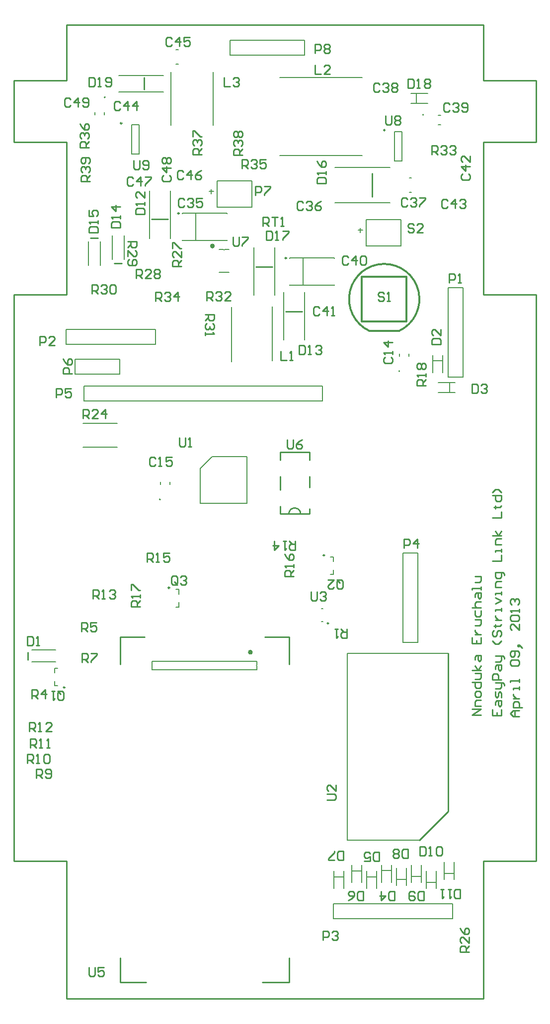
<source format=gto>
%FSLAX25Y25*%
%MOIN*%
G70*
G01*
G75*
G04 Layer_Color=65535*
%ADD10R,0.03150X0.06299*%
%ADD11O,0.12598X0.02362*%
%ADD12R,0.00945X0.11811*%
%ADD13R,0.11811X0.00945*%
%ADD14O,0.11811X0.00945*%
%ADD15R,0.03937X0.04331*%
%ADD16R,0.05906X0.05118*%
%ADD17R,0.05118X0.05906*%
%ADD18R,0.09449X0.07087*%
%ADD19R,0.07874X0.04724*%
%ADD20R,0.08268X0.02362*%
%ADD21R,0.17716X0.19685*%
%ADD22R,0.08661X0.11811*%
%ADD23R,0.11024X0.07874*%
%ADD24R,0.06299X0.03150*%
%ADD25R,0.11000X0.15000*%
%ADD26R,0.10984X0.11811*%
%ADD27R,0.06496X0.04724*%
%ADD28R,0.06496X0.04528*%
%ADD29R,0.06299X0.10630*%
%ADD30R,0.10236X0.09449*%
%ADD31R,0.06299X0.07087*%
%ADD32R,0.07087X0.06299*%
%ADD33R,0.08661X0.13386*%
%ADD34R,0.04528X0.06496*%
%ADD35R,0.04724X0.06496*%
%ADD36R,0.07874X0.01378*%
%ADD37O,0.07874X0.01378*%
%ADD38R,0.06500X0.11201*%
%ADD39R,0.09055X0.05906*%
%ADD40R,0.09055X0.05906*%
%ADD41R,0.09055X0.09055*%
%ADD42R,0.05512X0.14961*%
%ADD43R,0.07284X0.01575*%
%ADD44R,0.23622X0.23622*%
%ADD45O,0.00669X0.05709*%
%ADD46R,0.00669X0.05709*%
%ADD47C,0.02500*%
%ADD48C,0.01000*%
%ADD49C,0.00800*%
%ADD50C,0.00600*%
%ADD51C,0.00661*%
%ADD52C,0.00700*%
%ADD53C,0.02205*%
%ADD54C,0.01654*%
%ADD55C,0.00965*%
%ADD56C,0.01102*%
%ADD57C,0.00900*%
%ADD58C,0.05906*%
%ADD59R,0.05906X0.05906*%
%ADD60C,0.06000*%
%ADD61R,0.05906X0.05906*%
%ADD62C,0.15748*%
%ADD63C,0.05000*%
%ADD64R,0.08661X0.07874*%
%ADD65C,0.00984*%
%ADD66C,0.01200*%
%ADD67C,0.00787*%
%ADD68C,0.01575*%
%ADD69C,0.00591*%
D48*
X392382Y625370D02*
G03*
X384508Y625370I-3937J0D01*
G01*
X287500Y910126D02*
Y918000D01*
X440500Y838126D02*
Y853874D01*
X292500Y823000D02*
X303500D01*
X209500Y527500D02*
Y532500D01*
X235400Y772400D02*
Y874800D01*
X515000Y772400D02*
Y874800D01*
X200000D02*
X235400D01*
X200000Y772400D02*
X235400D01*
X515000D02*
X550400D01*
X515000Y874800D02*
X550400D01*
X515000Y392500D02*
X550400D01*
X515000Y300000D02*
Y392500D01*
X266900Y300000D02*
X483400D01*
X200000Y392500D02*
X235400D01*
X515000Y916100D02*
Y953500D01*
X235400Y916100D02*
Y953500D01*
X515000D01*
X235400Y300000D02*
Y392500D01*
X483400Y300000D02*
X515000D01*
X235400D02*
X266900D01*
X515000Y916100D02*
X550400D01*
Y392500D02*
Y772400D01*
X550500Y874800D02*
Y915800D01*
X200000Y916100D02*
X235400D01*
X200000Y392500D02*
Y772400D01*
Y874800D02*
Y916100D01*
X267500Y793500D02*
X272500D01*
X362500Y791000D02*
X373500D01*
X382500Y761000D02*
X393500D01*
X251500Y810500D02*
X256500D01*
X398287Y661591D02*
Y666709D01*
X378602Y661591D02*
Y666709D01*
Y641512D02*
Y650567D01*
Y625370D02*
Y630488D01*
X398287Y625370D02*
Y628913D01*
Y643087D02*
Y650567D01*
X378602Y666709D02*
X398287D01*
X378602Y625370D02*
X398287D01*
X491311Y425905D02*
Y531689D01*
X471953Y406547D02*
X491311Y425905D01*
X384701Y311047D02*
Y327583D01*
X271279Y311047D02*
X288701D01*
X366779D02*
X384701D01*
X384579Y524433D02*
Y542691D01*
X368480D02*
X384579D01*
X271279Y311047D02*
Y327583D01*
X271480Y524433D02*
Y542691D01*
X287579D01*
X280500Y862498D02*
Y857500D01*
X281500Y856500D01*
X283499D01*
X284499Y857500D01*
Y862498D01*
X286498Y857500D02*
X287498Y856500D01*
X289497D01*
X290497Y857500D01*
Y861498D01*
X289497Y862498D01*
X287498D01*
X286498Y861498D01*
Y860499D01*
X287498Y859499D01*
X290497D01*
X449500Y892498D02*
Y887500D01*
X450500Y886500D01*
X452499D01*
X453499Y887500D01*
Y892498D01*
X455498Y891498D02*
X456498Y892498D01*
X458497D01*
X459497Y891498D01*
Y890499D01*
X458497Y889499D01*
X459497Y888499D01*
Y887500D01*
X458497Y886500D01*
X456498D01*
X455498Y887500D01*
Y888499D01*
X456498Y889499D01*
X455498Y890499D01*
Y891498D01*
X456498Y889499D02*
X458497D01*
X347000Y810998D02*
Y806000D01*
X348000Y805000D01*
X349999D01*
X350999Y806000D01*
Y810998D01*
X352998D02*
X356997D01*
Y809998D01*
X352998Y806000D01*
Y805000D01*
X383500Y674998D02*
Y670000D01*
X384500Y669000D01*
X386499D01*
X387499Y670000D01*
Y674998D01*
X393497D02*
X391497Y673998D01*
X389498Y671999D01*
Y670000D01*
X390498Y669000D01*
X392497D01*
X393497Y670000D01*
Y670999D01*
X392497Y671999D01*
X389498D01*
X399453Y573045D02*
Y568047D01*
X400452Y567047D01*
X402452D01*
X403451Y568047D01*
Y573045D01*
X405451Y572046D02*
X406451Y573045D01*
X408450D01*
X409449Y572046D01*
Y571046D01*
X408450Y570046D01*
X407450D01*
X408450D01*
X409449Y569047D01*
Y568047D01*
X408450Y567047D01*
X406451D01*
X405451Y568047D01*
X409955Y433547D02*
X414953D01*
X415953Y434547D01*
Y436546D01*
X414953Y437546D01*
X409955D01*
X415953Y443544D02*
Y439545D01*
X411954Y443544D01*
X410954D01*
X409955Y442544D01*
Y440545D01*
X410954Y439545D01*
X311000Y676498D02*
Y671500D01*
X312000Y670500D01*
X313999D01*
X314999Y671500D01*
Y676498D01*
X316998Y670500D02*
X318997D01*
X317998D01*
Y676498D01*
X316998Y675498D01*
X468499Y818998D02*
X467499Y819998D01*
X465500D01*
X464500Y818998D01*
Y817999D01*
X465500Y816999D01*
X467499D01*
X468499Y815999D01*
Y815000D01*
X467499Y814000D01*
X465500D01*
X464500Y815000D01*
X474497Y814000D02*
X470498D01*
X474497Y817999D01*
Y818998D01*
X473497Y819998D01*
X471498D01*
X470498Y818998D01*
X448499Y772998D02*
X447499Y773998D01*
X445500D01*
X444500Y772998D01*
Y771999D01*
X445500Y770999D01*
X447499D01*
X448499Y769999D01*
Y769000D01*
X447499Y768000D01*
X445500D01*
X444500Y769000D01*
X450498Y768000D02*
X452497D01*
X451498D01*
Y773998D01*
X450498Y772998D01*
X367000Y818500D02*
Y824498D01*
X369999D01*
X370999Y823498D01*
Y821499D01*
X369999Y820499D01*
X367000D01*
X368999D02*
X370999Y818500D01*
X372998Y824498D02*
X376997D01*
X374997D01*
Y818500D01*
X378996D02*
X380995D01*
X379996D01*
Y824498D01*
X378996Y823498D01*
X251000Y848500D02*
X245002D01*
Y851499D01*
X246002Y852499D01*
X248001D01*
X249001Y851499D01*
Y848500D01*
Y850499D02*
X251000Y852499D01*
X246002Y854498D02*
X245002Y855498D01*
Y857497D01*
X246002Y858497D01*
X247001D01*
X248001Y857497D01*
Y856497D01*
Y857497D01*
X249001Y858497D01*
X250000D01*
X251000Y857497D01*
Y855498D01*
X250000Y854498D01*
Y860496D02*
X251000Y861496D01*
Y863495D01*
X250000Y864495D01*
X246002D01*
X245002Y863495D01*
Y861496D01*
X246002Y860496D01*
X247001D01*
X248001Y861496D01*
Y864495D01*
X353449Y866106D02*
X347451D01*
Y869105D01*
X348450Y870105D01*
X350450D01*
X351449Y869105D01*
Y866106D01*
Y868106D02*
X353449Y870105D01*
X348450Y872104D02*
X347451Y873104D01*
Y875103D01*
X348450Y876103D01*
X349450D01*
X350450Y875103D01*
Y874104D01*
Y875103D01*
X351449Y876103D01*
X352449D01*
X353449Y875103D01*
Y873104D01*
X352449Y872104D01*
X348450Y878102D02*
X347451Y879102D01*
Y881101D01*
X348450Y882101D01*
X349450D01*
X350450Y881101D01*
X351449Y882101D01*
X352449D01*
X353449Y881101D01*
Y879102D01*
X352449Y878102D01*
X351449D01*
X350450Y879102D01*
X349450Y878102D01*
X348450D01*
X350450Y879102D02*
Y881101D01*
X325949Y866606D02*
X319951D01*
Y869605D01*
X320950Y870605D01*
X322950D01*
X323950Y869605D01*
Y866606D01*
Y868606D02*
X325949Y870605D01*
X320950Y872604D02*
X319951Y873604D01*
Y875603D01*
X320950Y876603D01*
X321950D01*
X322950Y875603D01*
Y874604D01*
Y875603D01*
X323950Y876603D01*
X324949D01*
X325949Y875603D01*
Y873604D01*
X324949Y872604D01*
X319951Y878602D02*
Y882601D01*
X320950D01*
X324949Y878602D01*
X325949D01*
X250500Y871000D02*
X244502D01*
Y873999D01*
X245502Y874999D01*
X247501D01*
X248501Y873999D01*
Y871000D01*
Y872999D02*
X250500Y874999D01*
X245502Y876998D02*
X244502Y877998D01*
Y879997D01*
X245502Y880997D01*
X246501D01*
X247501Y879997D01*
Y878997D01*
Y879997D01*
X248501Y880997D01*
X249500D01*
X250500Y879997D01*
Y877998D01*
X249500Y876998D01*
X244502Y886995D02*
X245502Y884995D01*
X247501Y882996D01*
X249500D01*
X250500Y883996D01*
Y885995D01*
X249500Y886995D01*
X248501D01*
X247501Y885995D01*
Y882996D01*
X353000Y857000D02*
Y862998D01*
X355999D01*
X356999Y861998D01*
Y859999D01*
X355999Y858999D01*
X353000D01*
X354999D02*
X356999Y857000D01*
X358998Y861998D02*
X359998Y862998D01*
X361997D01*
X362997Y861998D01*
Y860999D01*
X361997Y859999D01*
X360997D01*
X361997D01*
X362997Y858999D01*
Y858000D01*
X361997Y857000D01*
X359998D01*
X358998Y858000D01*
X368995Y862998D02*
X364996D01*
Y859999D01*
X366996Y860999D01*
X367995D01*
X368995Y859999D01*
Y858000D01*
X367995Y857000D01*
X365996D01*
X364996Y858000D01*
X295000Y768000D02*
Y773998D01*
X297999D01*
X298999Y772998D01*
Y770999D01*
X297999Y769999D01*
X295000D01*
X296999D02*
X298999Y768000D01*
X300998Y772998D02*
X301998Y773998D01*
X303997D01*
X304997Y772998D01*
Y771999D01*
X303997Y770999D01*
X302997D01*
X303997D01*
X304997Y769999D01*
Y769000D01*
X303997Y768000D01*
X301998D01*
X300998Y769000D01*
X309995Y768000D02*
Y773998D01*
X306996Y770999D01*
X310995D01*
X480500Y866500D02*
Y872498D01*
X483499D01*
X484499Y871498D01*
Y869499D01*
X483499Y868499D01*
X480500D01*
X482499D02*
X484499Y866500D01*
X486498Y871498D02*
X487498Y872498D01*
X489497D01*
X490497Y871498D01*
Y870499D01*
X489497Y869499D01*
X488497D01*
X489497D01*
X490497Y868499D01*
Y867500D01*
X489497Y866500D01*
X487498D01*
X486498Y867500D01*
X492496Y871498D02*
X493496Y872498D01*
X495495D01*
X496495Y871498D01*
Y870499D01*
X495495Y869499D01*
X494495D01*
X495495D01*
X496495Y868499D01*
Y867500D01*
X495495Y866500D01*
X493496D01*
X492496Y867500D01*
X329500Y768500D02*
Y774498D01*
X332499D01*
X333499Y773498D01*
Y771499D01*
X332499Y770499D01*
X329500D01*
X331499D02*
X333499Y768500D01*
X335498Y773498D02*
X336498Y774498D01*
X338497D01*
X339497Y773498D01*
Y772499D01*
X338497Y771499D01*
X337497D01*
X338497D01*
X339497Y770499D01*
Y769500D01*
X338497Y768500D01*
X336498D01*
X335498Y769500D01*
X345495Y768500D02*
X341496D01*
X345495Y772499D01*
Y773498D01*
X344495Y774498D01*
X342496D01*
X341496Y773498D01*
X328500Y759000D02*
X334498D01*
Y756001D01*
X333498Y755001D01*
X331499D01*
X330499Y756001D01*
Y759000D01*
Y757001D02*
X328500Y755001D01*
X333498Y753002D02*
X334498Y752002D01*
Y750003D01*
X333498Y749003D01*
X332499D01*
X331499Y750003D01*
Y751003D01*
Y750003D01*
X330499Y749003D01*
X329500D01*
X328500Y750003D01*
Y752002D01*
X329500Y753002D01*
X328500Y747004D02*
Y745005D01*
Y746004D01*
X334498D01*
X333498Y747004D01*
X252500Y773000D02*
Y778998D01*
X255499D01*
X256499Y777998D01*
Y775999D01*
X255499Y774999D01*
X252500D01*
X254499D02*
X256499Y773000D01*
X258498Y777998D02*
X259498Y778998D01*
X261497D01*
X262497Y777998D01*
Y776999D01*
X261497Y775999D01*
X260497D01*
X261497D01*
X262497Y774999D01*
Y774000D01*
X261497Y773000D01*
X259498D01*
X258498Y774000D01*
X264496Y777998D02*
X265496Y778998D01*
X267495D01*
X268495Y777998D01*
Y774000D01*
X267495Y773000D01*
X265496D01*
X264496Y774000D01*
Y777998D01*
X276500Y808000D02*
X282498D01*
Y805001D01*
X281498Y804001D01*
X279499D01*
X278499Y805001D01*
Y808000D01*
Y806001D02*
X276500Y804001D01*
Y798003D02*
Y802002D01*
X280499Y798003D01*
X281498D01*
X282498Y799003D01*
Y801002D01*
X281498Y802002D01*
X277500Y796004D02*
X276500Y795004D01*
Y793005D01*
X277500Y792005D01*
X281498D01*
X282498Y793005D01*
Y795004D01*
X281498Y796004D01*
X280499D01*
X279499Y795004D01*
Y792005D01*
X282000Y783500D02*
Y789498D01*
X284999D01*
X285999Y788498D01*
Y786499D01*
X284999Y785499D01*
X282000D01*
X283999D02*
X285999Y783500D01*
X291997D02*
X287998D01*
X291997Y787499D01*
Y788498D01*
X290997Y789498D01*
X288998D01*
X287998Y788498D01*
X293996D02*
X294996Y789498D01*
X296995D01*
X297995Y788498D01*
Y787499D01*
X296995Y786499D01*
X297995Y785499D01*
Y784500D01*
X296995Y783500D01*
X294996D01*
X293996Y784500D01*
Y785499D01*
X294996Y786499D01*
X293996Y787499D01*
Y788498D01*
X294996Y786499D02*
X296995D01*
X312500Y791500D02*
X306502D01*
Y794499D01*
X307502Y795499D01*
X309501D01*
X310501Y794499D01*
Y791500D01*
Y793499D02*
X312500Y795499D01*
Y801497D02*
Y797498D01*
X308501Y801497D01*
X307502D01*
X306502Y800497D01*
Y798498D01*
X307502Y797498D01*
X306502Y803496D02*
Y807495D01*
X307502D01*
X311500Y803496D01*
X312500D01*
X505500Y331500D02*
X499502D01*
Y334499D01*
X500502Y335499D01*
X502501D01*
X503501Y334499D01*
Y331500D01*
Y333499D02*
X505500Y335499D01*
Y341497D02*
Y337498D01*
X501501Y341497D01*
X500502D01*
X499502Y340497D01*
Y338498D01*
X500502Y337498D01*
X499502Y347495D02*
X500502Y345496D01*
X502501Y343496D01*
X504500D01*
X505500Y344496D01*
Y346495D01*
X504500Y347495D01*
X503501D01*
X502501Y346495D01*
Y343496D01*
X246300Y689400D02*
Y695398D01*
X249299D01*
X250299Y694398D01*
Y692399D01*
X249299Y691399D01*
X246300D01*
X248299D02*
X250299Y689400D01*
X256297D02*
X252298D01*
X256297Y693399D01*
Y694398D01*
X255297Y695398D01*
X253298D01*
X252298Y694398D01*
X261295Y689400D02*
Y695398D01*
X258296Y692399D01*
X262295D01*
X476500Y711500D02*
X470502D01*
Y714499D01*
X471502Y715499D01*
X473501D01*
X474501Y714499D01*
Y711500D01*
Y713499D02*
X476500Y715499D01*
Y717498D02*
Y719497D01*
Y718498D01*
X470502D01*
X471502Y717498D01*
Y722496D02*
X470502Y723496D01*
Y725495D01*
X471502Y726495D01*
X472501D01*
X473501Y725495D01*
X474501Y726495D01*
X475500D01*
X476500Y725495D01*
Y723496D01*
X475500Y722496D01*
X474501D01*
X473501Y723496D01*
X472501Y722496D01*
X471502D01*
X473501Y723496D02*
Y725495D01*
X284795Y563287D02*
X278797D01*
Y566286D01*
X279797Y567286D01*
X281796D01*
X282796Y566286D01*
Y563287D01*
Y565287D02*
X284795Y567286D01*
Y569285D02*
Y571285D01*
Y570285D01*
X278797D01*
X279797Y569285D01*
X278797Y574284D02*
Y578283D01*
X279797D01*
X283796Y574284D01*
X284795D01*
X387701Y583307D02*
X381703D01*
Y586306D01*
X382702Y587306D01*
X384702D01*
X385701Y586306D01*
Y583307D01*
Y585306D02*
X387701Y587306D01*
Y589305D02*
Y591304D01*
Y590305D01*
X381703D01*
X382702Y589305D01*
X381703Y598302D02*
X382702Y596303D01*
X384702Y594304D01*
X386701D01*
X387701Y595303D01*
Y597303D01*
X386701Y598302D01*
X385701D01*
X384702Y597303D01*
Y594304D01*
X289295Y593287D02*
Y599286D01*
X292294D01*
X293294Y598286D01*
Y596286D01*
X292294Y595287D01*
X289295D01*
X291295D02*
X293294Y593287D01*
X295293D02*
X297293D01*
X296293D01*
Y599286D01*
X295293Y598286D01*
X304290Y599286D02*
X300292D01*
Y596286D01*
X302291Y597286D01*
X303291D01*
X304290Y596286D01*
Y594287D01*
X303291Y593287D01*
X301291D01*
X300292Y594287D01*
X388748Y607047D02*
Y601049D01*
X385749D01*
X384749Y602049D01*
Y604048D01*
X385749Y605048D01*
X388748D01*
X386749D02*
X384749Y607047D01*
X382750D02*
X380751D01*
X381750D01*
Y601049D01*
X382750Y602049D01*
X374753Y607047D02*
Y601049D01*
X377752Y604048D01*
X373753D01*
X245547Y525840D02*
Y531838D01*
X248546D01*
X249546Y530838D01*
Y528839D01*
X248546Y527840D01*
X245547D01*
X247547D02*
X249546Y525840D01*
X251545Y531838D02*
X255544D01*
Y530838D01*
X251545Y526840D01*
Y525840D01*
X245453Y546547D02*
Y552545D01*
X248452D01*
X249451Y551546D01*
Y549546D01*
X248452Y548547D01*
X245453D01*
X247452D02*
X249451Y546547D01*
X255450Y552545D02*
X251451D01*
Y549546D01*
X253450Y550546D01*
X254450D01*
X255450Y549546D01*
Y547547D01*
X254450Y546547D01*
X252450D01*
X251451Y547547D01*
X212000Y501500D02*
Y507498D01*
X214999D01*
X215999Y506498D01*
Y504499D01*
X214999Y503499D01*
X212000D01*
X213999D02*
X215999Y501500D01*
X220997D02*
Y507498D01*
X217998Y504499D01*
X221997D01*
X423453Y548047D02*
Y542049D01*
X420454D01*
X419454Y543049D01*
Y545048D01*
X420454Y546048D01*
X423453D01*
X421453D02*
X419454Y548047D01*
X417455D02*
X415455D01*
X416455D01*
Y542049D01*
X417455Y543049D01*
X309794Y578787D02*
Y582786D01*
X308794Y583785D01*
X306795D01*
X305795Y582786D01*
Y578787D01*
X306795Y577787D01*
X308794D01*
X307795Y579787D02*
X309794Y577787D01*
X308794D02*
X309794Y578787D01*
X311793Y582786D02*
X312793Y583785D01*
X314792D01*
X315792Y582786D01*
Y581786D01*
X314792Y580786D01*
X313793D01*
X314792D01*
X315792Y579787D01*
Y578787D01*
X314792Y577787D01*
X312793D01*
X311793Y578787D01*
X416749Y580048D02*
Y576049D01*
X417749Y575049D01*
X419748D01*
X420748Y576049D01*
Y580048D01*
X419748Y581047D01*
X417749D01*
X418749Y579048D02*
X416749Y581047D01*
X417749D02*
X416749Y580048D01*
X410751Y581047D02*
X414750D01*
X410751Y577048D01*
Y576049D01*
X411751Y575049D01*
X413750D01*
X414750Y576049D01*
X229501Y505500D02*
Y501502D01*
X230501Y500502D01*
X232500D01*
X233500Y501502D01*
Y505500D01*
X232500Y506500D01*
X230501D01*
X231501Y504501D02*
X229501Y506500D01*
X230501D02*
X229501Y505500D01*
X227502Y506500D02*
X225503D01*
X226502D01*
Y500502D01*
X227502Y501502D01*
X402000Y934500D02*
Y940498D01*
X404999D01*
X405999Y939498D01*
Y937499D01*
X404999Y936499D01*
X402000D01*
X407998Y939498D02*
X408998Y940498D01*
X410997D01*
X411997Y939498D01*
Y938499D01*
X410997Y937499D01*
X411997Y936499D01*
Y935500D01*
X410997Y934500D01*
X408998D01*
X407998Y935500D01*
Y936499D01*
X408998Y937499D01*
X407998Y938499D01*
Y939498D01*
X408998Y937499D02*
X410997D01*
X362000Y839000D02*
Y844998D01*
X364999D01*
X365999Y843998D01*
Y841999D01*
X364999Y840999D01*
X362000D01*
X367998Y844998D02*
X371997D01*
Y843998D01*
X367998Y840000D01*
Y839000D01*
X239000Y719500D02*
X233002D01*
Y722499D01*
X234002Y723499D01*
X236001D01*
X237001Y722499D01*
Y719500D01*
X233002Y729497D02*
X234002Y727497D01*
X236001Y725498D01*
X238000D01*
X239000Y726498D01*
Y728497D01*
X238000Y729497D01*
X237001D01*
X236001Y728497D01*
Y725498D01*
X228500Y703500D02*
Y709498D01*
X231499D01*
X232499Y708498D01*
Y706499D01*
X231499Y705499D01*
X228500D01*
X238497Y709498D02*
X234498D01*
Y706499D01*
X236497Y707499D01*
X237497D01*
X238497Y706499D01*
Y704500D01*
X237497Y703500D01*
X235498D01*
X234498Y704500D01*
X461600Y602400D02*
Y608398D01*
X464599D01*
X465599Y607398D01*
Y605399D01*
X464599Y604399D01*
X461600D01*
X470597Y602400D02*
Y608398D01*
X467598Y605399D01*
X471597D01*
X407500Y339500D02*
Y345498D01*
X410499D01*
X411499Y344498D01*
Y342499D01*
X410499Y341499D01*
X407500D01*
X413498Y344498D02*
X414498Y345498D01*
X416497D01*
X417497Y344498D01*
Y343499D01*
X416497Y342499D01*
X415497D01*
X416497D01*
X417497Y341499D01*
Y340500D01*
X416497Y339500D01*
X414498D01*
X413498Y340500D01*
X217500Y738500D02*
Y744498D01*
X220499D01*
X221499Y743498D01*
Y741499D01*
X220499Y740499D01*
X217500D01*
X227497Y738500D02*
X223498D01*
X227497Y742499D01*
Y743498D01*
X226497Y744498D01*
X224498D01*
X223498Y743498D01*
X492150Y780350D02*
Y786348D01*
X495149D01*
X496149Y785348D01*
Y783349D01*
X495149Y782349D01*
X492150D01*
X498148Y780350D02*
X500147D01*
X499148D01*
Y786348D01*
X498148Y785348D01*
X341000Y917998D02*
Y912000D01*
X344999D01*
X346998Y916998D02*
X347998Y917998D01*
X349997D01*
X350997Y916998D01*
Y915999D01*
X349997Y914999D01*
X348997D01*
X349997D01*
X350997Y913999D01*
Y913000D01*
X349997Y912000D01*
X347998D01*
X346998Y913000D01*
X402000Y926498D02*
Y920500D01*
X405999D01*
X411997D02*
X407998D01*
X411997Y924499D01*
Y925498D01*
X410997Y926498D01*
X408998D01*
X407998Y925498D01*
X379000Y734498D02*
Y728500D01*
X382999D01*
X384998D02*
X386997D01*
X385998D01*
Y734498D01*
X384998Y733498D01*
X250500Y917998D02*
Y912000D01*
X253499D01*
X254499Y913000D01*
Y916998D01*
X253499Y917998D01*
X250500D01*
X256498Y912000D02*
X258497D01*
X257498D01*
Y917998D01*
X256498Y916998D01*
X261496Y913000D02*
X262496Y912000D01*
X264495D01*
X265495Y913000D01*
Y916998D01*
X264495Y917998D01*
X262496D01*
X261496Y916998D01*
Y915999D01*
X262496Y914999D01*
X265495D01*
X464500Y916998D02*
Y911000D01*
X467499D01*
X468499Y912000D01*
Y915998D01*
X467499Y916998D01*
X464500D01*
X470498Y911000D02*
X472497D01*
X471498D01*
Y916998D01*
X470498Y915998D01*
X475496D02*
X476496Y916998D01*
X478496D01*
X479495Y915998D01*
Y914999D01*
X478496Y913999D01*
X479495Y912999D01*
Y912000D01*
X478496Y911000D01*
X476496D01*
X475496Y912000D01*
Y912999D01*
X476496Y913999D01*
X475496Y914999D01*
Y915998D01*
X476496Y913999D02*
X478496D01*
X369500Y814998D02*
Y809000D01*
X372499D01*
X373499Y810000D01*
Y813998D01*
X372499Y814998D01*
X369500D01*
X375498Y809000D02*
X377497D01*
X376498D01*
Y814998D01*
X375498Y813998D01*
X380496Y814998D02*
X384495D01*
Y813998D01*
X380496Y810000D01*
Y809000D01*
X403502Y847000D02*
X409500D01*
Y849999D01*
X408500Y850999D01*
X404502D01*
X403502Y849999D01*
Y847000D01*
X409500Y852998D02*
Y854997D01*
Y853998D01*
X403502D01*
X404502Y852998D01*
X403502Y861995D02*
X404502Y859996D01*
X406501Y857996D01*
X408500D01*
X409500Y858996D01*
Y860995D01*
X408500Y861995D01*
X407501D01*
X406501Y860995D01*
Y857996D01*
X250502Y814000D02*
X256500D01*
Y816999D01*
X255500Y817999D01*
X251502D01*
X250502Y816999D01*
Y814000D01*
X256500Y819998D02*
Y821997D01*
Y820998D01*
X250502D01*
X251502Y819998D01*
X250502Y828995D02*
Y824996D01*
X253501D01*
X252501Y826996D01*
Y827995D01*
X253501Y828995D01*
X255500D01*
X256500Y827995D01*
Y825996D01*
X255500Y824996D01*
X265502Y817500D02*
X271500D01*
Y820499D01*
X270500Y821499D01*
X266502D01*
X265502Y820499D01*
Y817500D01*
X271500Y823498D02*
Y825497D01*
Y824498D01*
X265502D01*
X266502Y823498D01*
X271500Y831495D02*
X265502D01*
X268501Y828496D01*
Y832495D01*
X391500Y738498D02*
Y732500D01*
X394499D01*
X395499Y733500D01*
Y737498D01*
X394499Y738498D01*
X391500D01*
X397498Y732500D02*
X399497D01*
X398498D01*
Y738498D01*
X397498Y737498D01*
X402496D02*
X403496Y738498D01*
X405496D01*
X406495Y737498D01*
Y736499D01*
X405496Y735499D01*
X404496D01*
X405496D01*
X406495Y734499D01*
Y733500D01*
X405496Y732500D01*
X403496D01*
X402496Y733500D01*
X281553Y826394D02*
X287551D01*
Y829393D01*
X286551Y830392D01*
X282553D01*
X281553Y829393D01*
Y826394D01*
X287551Y832392D02*
Y834391D01*
Y833391D01*
X281553D01*
X282553Y832392D01*
X287551Y841389D02*
Y837390D01*
X283553Y841389D01*
X282553D01*
X281553Y840389D01*
Y838390D01*
X282553Y837390D01*
X421000Y393002D02*
Y399000D01*
X418001D01*
X417001Y398000D01*
Y394002D01*
X418001Y393002D01*
X421000D01*
X415002D02*
X411003D01*
Y394002D01*
X415002Y398000D01*
Y399000D01*
X434500Y366002D02*
Y372000D01*
X431501D01*
X430501Y371000D01*
Y367002D01*
X431501Y366002D01*
X434500D01*
X424503D02*
X426503Y367002D01*
X428502Y369001D01*
Y371000D01*
X427502Y372000D01*
X425503D01*
X424503Y371000D01*
Y370001D01*
X425503Y369001D01*
X428502D01*
X445000Y392502D02*
Y398500D01*
X442001D01*
X441001Y397500D01*
Y393502D01*
X442001Y392502D01*
X445000D01*
X435003D02*
X439002D01*
Y395501D01*
X437003Y394501D01*
X436003D01*
X435003Y395501D01*
Y397500D01*
X436003Y398500D01*
X438002D01*
X439002Y397500D01*
X455500Y366002D02*
Y372000D01*
X452501D01*
X451501Y371000D01*
Y367002D01*
X452501Y366002D01*
X455500D01*
X446503Y372000D02*
Y366002D01*
X449502Y369001D01*
X445503D01*
X507500Y712498D02*
Y706500D01*
X510499D01*
X511499Y707500D01*
Y711498D01*
X510499Y712498D01*
X507500D01*
X513498Y711498D02*
X514498Y712498D01*
X516497D01*
X517497Y711498D01*
Y710499D01*
X516497Y709499D01*
X515497D01*
X516497D01*
X517497Y708499D01*
Y707500D01*
X516497Y706500D01*
X514498D01*
X513498Y707500D01*
X480502Y739000D02*
X486500D01*
Y741999D01*
X485500Y742999D01*
X481502D01*
X480502Y741999D01*
Y739000D01*
X486500Y748997D02*
Y744998D01*
X482501Y748997D01*
X481502D01*
X480502Y747997D01*
Y745998D01*
X481502Y744998D01*
X209000Y542998D02*
Y537000D01*
X211999D01*
X212999Y538000D01*
Y541998D01*
X211999Y542998D01*
X209000D01*
X214998Y537000D02*
X216997D01*
X215998D01*
Y542998D01*
X214998Y541998D01*
X237999Y903498D02*
X236999Y904498D01*
X235000D01*
X234000Y903498D01*
Y899500D01*
X235000Y898500D01*
X236999D01*
X237999Y899500D01*
X242997Y898500D02*
Y904498D01*
X239998Y901499D01*
X243997D01*
X245996Y899500D02*
X246996Y898500D01*
X248995D01*
X249995Y899500D01*
Y903498D01*
X248995Y904498D01*
X246996D01*
X245996Y903498D01*
Y902499D01*
X246996Y901499D01*
X249995D01*
X300502Y852499D02*
X299502Y851499D01*
Y849500D01*
X300502Y848500D01*
X304500D01*
X305500Y849500D01*
Y851499D01*
X304500Y852499D01*
X305500Y857497D02*
X299502D01*
X302501Y854498D01*
Y858497D01*
X300502Y860496D02*
X299502Y861496D01*
Y863495D01*
X300502Y864495D01*
X301501D01*
X302501Y863495D01*
X303501Y864495D01*
X304500D01*
X305500Y863495D01*
Y861496D01*
X304500Y860496D01*
X303501D01*
X302501Y861496D01*
X301501Y860496D01*
X300502D01*
X302501Y861496D02*
Y863495D01*
X279999Y850498D02*
X278999Y851498D01*
X277000D01*
X276000Y850498D01*
Y846500D01*
X277000Y845500D01*
X278999D01*
X279999Y846500D01*
X284997Y845500D02*
Y851498D01*
X281998Y848499D01*
X285997D01*
X287996Y851498D02*
X291995D01*
Y850498D01*
X287996Y846500D01*
Y845500D01*
X313550Y854892D02*
X312550Y855892D01*
X310551D01*
X309551Y854892D01*
Y850893D01*
X310551Y849894D01*
X312550D01*
X313550Y850893D01*
X318548Y849894D02*
Y855892D01*
X315549Y852893D01*
X319548D01*
X325546Y855892D02*
X323547Y854892D01*
X321547Y852893D01*
Y850893D01*
X322547Y849894D01*
X324546D01*
X325546Y850893D01*
Y851893D01*
X324546Y852893D01*
X321547D01*
X305999Y943998D02*
X304999Y944998D01*
X303000D01*
X302000Y943998D01*
Y940000D01*
X303000Y939000D01*
X304999D01*
X305999Y940000D01*
X310997Y939000D02*
Y944998D01*
X307998Y941999D01*
X311997D01*
X317995Y944998D02*
X313996D01*
Y941999D01*
X315996Y942999D01*
X316995D01*
X317995Y941999D01*
Y940000D01*
X316995Y939000D01*
X314996D01*
X313996Y940000D01*
X271499Y900998D02*
X270499Y901998D01*
X268500D01*
X267500Y900998D01*
Y897000D01*
X268500Y896000D01*
X270499D01*
X271499Y897000D01*
X276497Y896000D02*
Y901998D01*
X273498Y898999D01*
X277497D01*
X282495Y896000D02*
Y901998D01*
X279496Y898999D01*
X283495D01*
X490999Y835498D02*
X489999Y836498D01*
X488000D01*
X487000Y835498D01*
Y831500D01*
X488000Y830500D01*
X489999D01*
X490999Y831500D01*
X495997Y830500D02*
Y836498D01*
X492998Y833499D01*
X496997D01*
X498996Y835498D02*
X499996Y836498D01*
X501995D01*
X502995Y835498D01*
Y834499D01*
X501995Y833499D01*
X500995D01*
X501995D01*
X502995Y832499D01*
Y831500D01*
X501995Y830500D01*
X499996D01*
X498996Y831500D01*
X501002Y853499D02*
X500002Y852499D01*
Y850500D01*
X501002Y849500D01*
X505000D01*
X506000Y850500D01*
Y852499D01*
X505000Y853499D01*
X506000Y858497D02*
X500002D01*
X503001Y855498D01*
Y859497D01*
X506000Y865495D02*
Y861496D01*
X502001Y865495D01*
X501002D01*
X500002Y864495D01*
Y862496D01*
X501002Y861496D01*
X404999Y763498D02*
X403999Y764498D01*
X402000D01*
X401000Y763498D01*
Y759500D01*
X402000Y758500D01*
X403999D01*
X404999Y759500D01*
X409997Y758500D02*
Y764498D01*
X406998Y761499D01*
X410997D01*
X412996Y758500D02*
X414995D01*
X413996D01*
Y764498D01*
X412996Y763498D01*
X424499Y797498D02*
X423499Y798498D01*
X421500D01*
X420500Y797498D01*
Y793500D01*
X421500Y792500D01*
X423499D01*
X424499Y793500D01*
X429497Y792500D02*
Y798498D01*
X426498Y795499D01*
X430497D01*
X432496Y797498D02*
X433496Y798498D01*
X435495D01*
X436495Y797498D01*
Y793500D01*
X435495Y792500D01*
X433496D01*
X432496Y793500D01*
Y797498D01*
X492499Y899998D02*
X491499Y900998D01*
X489500D01*
X488500Y899998D01*
Y896000D01*
X489500Y895000D01*
X491499D01*
X492499Y896000D01*
X494498Y899998D02*
X495498Y900998D01*
X497497D01*
X498497Y899998D01*
Y898999D01*
X497497Y897999D01*
X496497D01*
X497497D01*
X498497Y896999D01*
Y896000D01*
X497497Y895000D01*
X495498D01*
X494498Y896000D01*
X500496D02*
X501496Y895000D01*
X503495D01*
X504495Y896000D01*
Y899998D01*
X503495Y900998D01*
X501496D01*
X500496Y899998D01*
Y898999D01*
X501496Y897999D01*
X504495D01*
X445499Y913498D02*
X444499Y914498D01*
X442500D01*
X441500Y913498D01*
Y909500D01*
X442500Y908500D01*
X444499D01*
X445499Y909500D01*
X447498Y913498D02*
X448498Y914498D01*
X450497D01*
X451497Y913498D01*
Y912499D01*
X450497Y911499D01*
X449497D01*
X450497D01*
X451497Y910499D01*
Y909500D01*
X450497Y908500D01*
X448498D01*
X447498Y909500D01*
X453496Y913498D02*
X454496Y914498D01*
X456495D01*
X457495Y913498D01*
Y912499D01*
X456495Y911499D01*
X457495Y910499D01*
Y909500D01*
X456495Y908500D01*
X454496D01*
X453496Y909500D01*
Y910499D01*
X454496Y911499D01*
X453496Y912499D01*
Y913498D01*
X454496Y911499D02*
X456495D01*
X463999Y836498D02*
X462999Y837498D01*
X461000D01*
X460000Y836498D01*
Y832500D01*
X461000Y831500D01*
X462999D01*
X463999Y832500D01*
X465998Y836498D02*
X466998Y837498D01*
X468997D01*
X469997Y836498D01*
Y835499D01*
X468997Y834499D01*
X467997D01*
X468997D01*
X469997Y833499D01*
Y832500D01*
X468997Y831500D01*
X466998D01*
X465998Y832500D01*
X471996Y837498D02*
X475995D01*
Y836498D01*
X471996Y832500D01*
Y831500D01*
X393948Y834105D02*
X392948Y835104D01*
X390949D01*
X389949Y834105D01*
Y830106D01*
X390949Y829106D01*
X392948D01*
X393948Y830106D01*
X395947Y834105D02*
X396947Y835104D01*
X398946D01*
X399946Y834105D01*
Y833105D01*
X398946Y832105D01*
X397946D01*
X398946D01*
X399946Y831106D01*
Y830106D01*
X398946Y829106D01*
X396947D01*
X395947Y830106D01*
X405944Y835104D02*
X403944Y834105D01*
X401945Y832105D01*
Y830106D01*
X402945Y829106D01*
X404944D01*
X405944Y830106D01*
Y831106D01*
X404944Y832105D01*
X401945D01*
X314499Y835998D02*
X313499Y836998D01*
X311500D01*
X310500Y835998D01*
Y832000D01*
X311500Y831000D01*
X313499D01*
X314499Y832000D01*
X316498Y835998D02*
X317498Y836998D01*
X319497D01*
X320497Y835998D01*
Y834999D01*
X319497Y833999D01*
X318497D01*
X319497D01*
X320497Y832999D01*
Y832000D01*
X319497Y831000D01*
X317498D01*
X316498Y832000D01*
X326495Y836998D02*
X322496D01*
Y833999D01*
X324496Y834999D01*
X325495D01*
X326495Y833999D01*
Y832000D01*
X325495Y831000D01*
X323496D01*
X322496Y832000D01*
X294999Y662498D02*
X293999Y663498D01*
X292000D01*
X291000Y662498D01*
Y658500D01*
X292000Y657500D01*
X293999D01*
X294999Y658500D01*
X296998Y657500D02*
X298997D01*
X297998D01*
Y663498D01*
X296998Y662498D01*
X305995Y663498D02*
X301996D01*
Y660499D01*
X303996Y661499D01*
X304995D01*
X305995Y660499D01*
Y658500D01*
X304995Y657500D01*
X302996D01*
X301996Y658500D01*
X449002Y730499D02*
X448002Y729499D01*
Y727500D01*
X449002Y726500D01*
X453000D01*
X454000Y727500D01*
Y729499D01*
X453000Y730499D01*
X454000Y732498D02*
Y734497D01*
Y733498D01*
X448002D01*
X449002Y732498D01*
X454000Y740495D02*
X448002D01*
X451001Y737496D01*
Y741495D01*
X250453Y321045D02*
Y316047D01*
X251452Y315047D01*
X253452D01*
X254451Y316047D01*
Y321045D01*
X260450D02*
X256451D01*
Y318046D01*
X258450Y319046D01*
X259450D01*
X260450Y318046D01*
Y316047D01*
X259450Y315047D01*
X257451D01*
X256451Y316047D01*
X214953Y448047D02*
Y454045D01*
X217952D01*
X218952Y453046D01*
Y451046D01*
X217952Y450047D01*
X214953D01*
X216952D02*
X218952Y448047D01*
X220951Y449047D02*
X221951Y448047D01*
X223950D01*
X224950Y449047D01*
Y453046D01*
X223950Y454045D01*
X221951D01*
X220951Y453046D01*
Y452046D01*
X221951Y451046D01*
X224950D01*
X208953Y458047D02*
Y464045D01*
X211952D01*
X212951Y463046D01*
Y461046D01*
X211952Y460047D01*
X208953D01*
X210952D02*
X212951Y458047D01*
X214951D02*
X216950D01*
X215950D01*
Y464045D01*
X214951Y463046D01*
X219949D02*
X220949Y464045D01*
X222948D01*
X223948Y463046D01*
Y459047D01*
X222948Y458047D01*
X220949D01*
X219949Y459047D01*
Y463046D01*
X210953Y468547D02*
Y474545D01*
X213952D01*
X214951Y473546D01*
Y471546D01*
X213952Y470547D01*
X210953D01*
X212952D02*
X214951Y468547D01*
X216951D02*
X218950D01*
X217951D01*
Y474545D01*
X216951Y473546D01*
X221949Y468547D02*
X223949D01*
X222949D01*
Y474545D01*
X221949Y473546D01*
X210453Y479547D02*
Y485545D01*
X213452D01*
X214452Y484546D01*
Y482546D01*
X213452Y481547D01*
X210453D01*
X212452D02*
X214452Y479547D01*
X216451D02*
X218450D01*
X217450D01*
Y485545D01*
X216451Y484546D01*
X225448Y479547D02*
X221449D01*
X225448Y483546D01*
Y484546D01*
X224448Y485545D01*
X222449D01*
X221449Y484546D01*
X252953Y568547D02*
Y574545D01*
X255952D01*
X256951Y573546D01*
Y571546D01*
X255952Y570547D01*
X252953D01*
X254952D02*
X256951Y568547D01*
X258951D02*
X260950D01*
X259950D01*
Y574545D01*
X258951Y573546D01*
X263949D02*
X264949Y574545D01*
X266948D01*
X267948Y573546D01*
Y572546D01*
X266948Y571546D01*
X265949D01*
X266948D01*
X267948Y570547D01*
Y569547D01*
X266948Y568547D01*
X264949D01*
X263949Y569547D01*
X499500Y367502D02*
Y373500D01*
X496501D01*
X495501Y372500D01*
Y368502D01*
X496501Y367502D01*
X499500D01*
X493502Y373500D02*
X491503D01*
X492502D01*
Y367502D01*
X493502Y368502D01*
X488504Y373500D02*
X486504D01*
X487504D01*
Y367502D01*
X488504Y368502D01*
X472500Y401998D02*
Y396000D01*
X475499D01*
X476499Y397000D01*
Y400998D01*
X475499Y401998D01*
X472500D01*
X478498Y396000D02*
X480497D01*
X479498D01*
Y401998D01*
X478498Y400998D01*
X483496D02*
X484496Y401998D01*
X486495D01*
X487495Y400998D01*
Y397000D01*
X486495Y396000D01*
X484496D01*
X483496Y397000D01*
Y400998D01*
X475000Y366002D02*
Y372000D01*
X472001D01*
X471001Y371000D01*
Y367002D01*
X472001Y366002D01*
X475000D01*
X469002Y371000D02*
X468002Y372000D01*
X466003D01*
X465003Y371000D01*
Y367002D01*
X466003Y366002D01*
X468002D01*
X469002Y367002D01*
Y368001D01*
X468002Y369001D01*
X465003D01*
X464500Y394502D02*
Y400500D01*
X461501D01*
X460501Y399500D01*
Y395502D01*
X461501Y394502D01*
X464500D01*
X458502Y395502D02*
X457502Y394502D01*
X455503D01*
X454503Y395502D01*
Y396501D01*
X455503Y397501D01*
X454503Y398501D01*
Y399500D01*
X455503Y400500D01*
X457502D01*
X458502Y399500D01*
Y398501D01*
X457502Y397501D01*
X458502Y396501D01*
Y395502D01*
X457502Y397501D02*
X455503D01*
X513500Y490500D02*
X507502D01*
X513500Y494499D01*
X507502D01*
X513500Y496498D02*
X509501D01*
Y499497D01*
X510501Y500497D01*
X513500D01*
Y503496D02*
Y505495D01*
X512500Y506495D01*
X510501D01*
X509501Y505495D01*
Y503496D01*
X510501Y502496D01*
X512500D01*
X513500Y503496D01*
X507502Y512493D02*
X513500D01*
Y509494D01*
X512500Y508494D01*
X510501D01*
X509501Y509494D01*
Y512493D01*
Y514492D02*
X512500D01*
X513500Y515492D01*
Y518491D01*
X509501D01*
X513500Y520490D02*
X507502D01*
X511501D02*
X509501Y523489D01*
X511501Y520490D02*
X513500Y523489D01*
X509501Y527488D02*
Y529487D01*
X510501Y530487D01*
X513500D01*
Y527488D01*
X512500Y526488D01*
X511501Y527488D01*
Y530487D01*
X507502Y542483D02*
Y538484D01*
X513500D01*
Y542483D01*
X510501Y538484D02*
Y540484D01*
X509501Y544483D02*
X513500D01*
X511501D01*
X510501Y545482D01*
X509501Y546482D01*
Y547482D01*
Y550481D02*
X512500D01*
X513500Y551480D01*
Y554479D01*
X509501D01*
Y560477D02*
Y557478D01*
X510501Y556479D01*
X512500D01*
X513500Y557478D01*
Y560477D01*
X507502Y562477D02*
X513500D01*
X510501D01*
X509501Y563476D01*
Y565476D01*
X510501Y566475D01*
X513500D01*
X509501Y569475D02*
Y571474D01*
X510501Y572473D01*
X513500D01*
Y569475D01*
X512500Y568475D01*
X511501Y569475D01*
Y572473D01*
X513500Y574473D02*
Y576472D01*
Y575472D01*
X507502D01*
Y574473D01*
X509501Y579471D02*
X512500D01*
X513500Y580471D01*
Y583470D01*
X509501D01*
X539000Y489500D02*
X535001D01*
X533002Y491499D01*
X535001Y493499D01*
X539000D01*
X536001D01*
Y489500D01*
X540999Y495498D02*
X535001D01*
Y498497D01*
X536001Y499497D01*
X538000D01*
X539000Y498497D01*
Y495498D01*
X535001Y501496D02*
X539000D01*
X537001D01*
X536001Y502496D01*
X535001Y503496D01*
Y504495D01*
X539000Y507494D02*
Y509493D01*
Y508494D01*
X535001D01*
Y507494D01*
X539000Y512493D02*
Y514492D01*
Y513492D01*
X533002D01*
Y512493D01*
X534002Y523489D02*
X533002Y524489D01*
Y526488D01*
X534002Y527488D01*
X538000D01*
X539000Y526488D01*
Y524489D01*
X538000Y523489D01*
X534002D01*
X538000Y529487D02*
X539000Y530487D01*
Y532486D01*
X538000Y533486D01*
X534002D01*
X533002Y532486D01*
Y530487D01*
X534002Y529487D01*
X535001D01*
X536001Y530487D01*
Y533486D01*
X540000Y536485D02*
X539000Y537485D01*
X538000D01*
Y536485D01*
X539000D01*
Y537485D01*
X540000Y536485D01*
X540999Y535485D01*
X539000Y551480D02*
Y547481D01*
X535001Y551480D01*
X534002D01*
X533002Y550480D01*
Y548481D01*
X534002Y547481D01*
Y553479D02*
X533002Y554479D01*
Y556478D01*
X534002Y557478D01*
X538000D01*
X539000Y556478D01*
Y554479D01*
X538000Y553479D01*
X534002D01*
X539000Y559477D02*
Y561477D01*
Y560477D01*
X533002D01*
X534002Y559477D01*
Y564476D02*
X533002Y565475D01*
Y567475D01*
X534002Y568474D01*
X535001D01*
X536001Y567475D01*
Y566475D01*
Y567475D01*
X537001Y568474D01*
X538000D01*
X539000Y567475D01*
Y565475D01*
X538000Y564476D01*
X521002Y493999D02*
Y490000D01*
X527000D01*
Y493999D01*
X524001Y490000D02*
Y491999D01*
X523001Y496998D02*
Y498997D01*
X524001Y499997D01*
X527000D01*
Y496998D01*
X526000Y495998D01*
X525001Y496998D01*
Y499997D01*
X527000Y501996D02*
Y504995D01*
X526000Y505995D01*
X525001Y504995D01*
Y502996D01*
X524001Y501996D01*
X523001Y502996D01*
Y505995D01*
Y507994D02*
X526000D01*
X527000Y508994D01*
Y511993D01*
X528000D01*
X528999Y510993D01*
Y509994D01*
X527000Y511993D02*
X523001D01*
X527000Y513992D02*
X521002D01*
Y516991D01*
X522002Y517991D01*
X524001D01*
X525001Y516991D01*
Y513992D01*
X523001Y520990D02*
Y522989D01*
X524001Y523989D01*
X527000D01*
Y520990D01*
X526000Y519990D01*
X525001Y520990D01*
Y523989D01*
X523001Y525988D02*
X526000D01*
X527000Y526988D01*
Y529987D01*
X528000D01*
X528999Y528987D01*
Y527988D01*
X527000Y529987D02*
X523001D01*
X527000Y539984D02*
X525001Y537985D01*
X523001D01*
X521002Y539984D01*
X522002Y546982D02*
X521002Y545982D01*
Y543983D01*
X522002Y542983D01*
X523001D01*
X524001Y543983D01*
Y545982D01*
X525001Y546982D01*
X526000D01*
X527000Y545982D01*
Y543983D01*
X526000Y542983D01*
X522002Y549981D02*
X523001D01*
Y548981D01*
Y550980D01*
Y549981D01*
X526000D01*
X527000Y550980D01*
X523001Y553979D02*
X527000D01*
X525001D01*
X524001Y554979D01*
X523001Y555979D01*
Y556978D01*
X527000Y559977D02*
Y561977D01*
Y560977D01*
X523001D01*
Y559977D01*
Y564976D02*
X527000Y566975D01*
X523001Y568974D01*
X527000Y570974D02*
Y572973D01*
Y571974D01*
X523001D01*
Y570974D01*
X527000Y575972D02*
X523001D01*
Y578971D01*
X524001Y579971D01*
X527000D01*
X528999Y583970D02*
Y584969D01*
X528000Y585969D01*
X523001D01*
Y582970D01*
X524001Y581970D01*
X526000D01*
X527000Y582970D01*
Y585969D01*
X521002Y593966D02*
X527000D01*
Y597965D01*
Y599964D02*
Y601964D01*
Y600964D01*
X523001D01*
Y599964D01*
X527000Y604963D02*
X523001D01*
Y607962D01*
X524001Y608961D01*
X527000D01*
Y610961D02*
X521002D01*
X525001D02*
X523001Y613960D01*
X525001Y610961D02*
X527000Y613960D01*
X521002Y622957D02*
X527000D01*
Y626956D01*
X522002Y629955D02*
X523001D01*
Y628955D01*
Y630954D01*
Y629955D01*
X526000D01*
X527000Y630954D01*
X521002Y637952D02*
X527000D01*
Y634953D01*
X526000Y633953D01*
X524001D01*
X523001Y634953D01*
Y637952D01*
X527000Y639952D02*
X525001Y641951D01*
X523001D01*
X521002Y639952D01*
D65*
X272492Y887453D02*
G03*
X272492Y887453I-492J0D01*
G01*
X449043Y882847D02*
G03*
X449043Y882847I-492J0D01*
G01*
X304547Y575874D02*
G03*
X304547Y575874I-492J0D01*
G01*
X408500Y597634D02*
G03*
X408500Y597634I-492J0D01*
G01*
X234232Y508913D02*
G03*
X234232Y508913I-492J0D01*
G01*
X382972Y797055D02*
G03*
X382972Y797055I-492J0D01*
G01*
X310972Y827055D02*
G03*
X310972Y827055I-492J0D01*
G01*
X411185Y552035D02*
G03*
X411185Y552035I-492J0D01*
G01*
D66*
X458467Y748125D02*
G03*
X438532Y748125I-9967J21375D01*
G01*
X433500Y754500D02*
X463500D01*
X433500Y784500D02*
X463500D01*
X438500Y748000D02*
X458500D01*
X433500Y754500D02*
Y784500D01*
X463500Y754500D02*
Y784500D01*
D67*
X474949Y893106D02*
G03*
X474949Y893106I-394J0D01*
G01*
X298394Y635106D02*
G03*
X298394Y635106I-394J0D01*
G01*
X458894Y721106D02*
G03*
X458894Y721106I-394J0D01*
G01*
X261394Y904894D02*
G03*
X261394Y904894I-394J0D01*
G01*
X340471Y802886D02*
G03*
X341750Y802886I640J0D01*
G01*
X363179Y523990D02*
G03*
X363179Y523203I0J-394D01*
G01*
X436323Y822693D02*
X459551D01*
X436323Y804976D02*
Y822693D01*
Y804976D02*
X459551D01*
Y822693D01*
X336323Y848693D02*
X359551D01*
X336323Y830976D02*
Y848693D01*
Y830976D02*
X359551D01*
Y848693D01*
X446654Y385969D02*
X453346D01*
Y378291D02*
Y389709D01*
X446654Y378291D02*
Y389709D01*
X278949Y866764D02*
X283949D01*
X278949Y886449D02*
X283949D01*
Y866764D02*
Y886449D01*
X278949Y866764D02*
Y886449D01*
X455500Y862157D02*
X460500D01*
X455500Y881843D02*
X460500D01*
Y862157D02*
Y881843D01*
X455500Y862157D02*
Y881843D01*
X325012Y655835D02*
X333024Y663847D01*
X356232D01*
Y632626D02*
Y663847D01*
X325012Y632626D02*
X356232D01*
X325012D02*
Y655835D01*
X246500Y686000D02*
X269500D01*
X246500Y670000D02*
X269500D01*
X310551Y562882D02*
Y566032D01*
X308583Y562882D02*
X310551D01*
Y571543D02*
Y574693D01*
X308583D02*
X310551D01*
X414504Y584642D02*
Y587791D01*
X412535Y584642D02*
X414504D01*
Y593303D02*
Y596453D01*
X412535D02*
X414504D01*
X227244Y518756D02*
Y521906D01*
X229213D01*
X227244Y510094D02*
Y513244D01*
Y510094D02*
X229213D01*
X501500Y717000D02*
Y777000D01*
X491500Y717000D02*
Y777000D01*
Y717000D02*
X501500D01*
X491500Y777000D02*
X501500D01*
X378441Y865819D02*
X433559D01*
X378441Y918181D02*
X433559D01*
X373500Y728000D02*
Y764500D01*
X346000Y727500D02*
Y764000D01*
X270500Y919500D02*
X300500D01*
X270500Y908500D02*
X300500D01*
X466291Y900654D02*
X477709D01*
X466291Y907346D02*
X477709D01*
X470032Y900654D02*
Y907346D01*
X415496Y857811D02*
X452504D01*
X415496Y834189D02*
X452504D01*
X291000Y810000D02*
Y842000D01*
X305000Y810000D02*
Y842000D01*
X484791Y713347D02*
X496209D01*
X484791Y706654D02*
X496209D01*
X492469D02*
Y713347D01*
X481153Y720291D02*
Y731709D01*
X487846Y720291D02*
Y731709D01*
X481153Y727969D02*
X487846D01*
X212000Y526000D02*
X228000D01*
X212000Y534000D02*
X228000D01*
X308713Y936921D02*
X310287D01*
X308713Y927079D02*
X310287D01*
X414961Y796858D02*
Y797055D01*
Y778945D02*
Y779142D01*
X385039Y778945D02*
X414961D01*
X385039Y797055D02*
X414961D01*
X385039Y778945D02*
Y779142D01*
Y796858D02*
Y797055D01*
X394094Y778945D02*
Y797055D01*
X484661Y892756D02*
X486236D01*
X484661Y886457D02*
X486236D01*
X342961Y826858D02*
Y827055D01*
Y808945D02*
Y809142D01*
X313039Y808945D02*
X342961D01*
X313039Y827055D02*
X342961D01*
X313039Y808945D02*
Y809142D01*
Y826858D02*
Y827055D01*
X322094Y808945D02*
Y827055D01*
X298350Y645213D02*
Y646788D01*
X304650Y645213D02*
Y646788D01*
X465150Y731213D02*
Y732787D01*
X458850Y731213D02*
Y732787D01*
X254350Y893213D02*
Y894787D01*
X260650Y893213D02*
Y894787D01*
X414394Y353701D02*
Y363701D01*
X494394D01*
Y353701D02*
Y363701D01*
X414394Y353701D02*
X494394D01*
X241000Y729000D02*
X271000D01*
X241000Y719000D02*
Y729000D01*
Y719000D02*
X271000D01*
Y729000D01*
X235000Y739000D02*
Y749000D01*
X295000Y739000D02*
Y749000D01*
X235000Y739000D02*
X295000D01*
X235000Y749000D02*
X295000D01*
X395000Y933000D02*
Y943000D01*
X345000Y933000D02*
X395000D01*
X345000Y943000D02*
X395000D01*
X345000Y933000D02*
Y943000D01*
X461000Y539000D02*
X471000D01*
X461000Y599000D02*
X471000D01*
Y539000D02*
Y599000D01*
X461000Y539000D02*
Y599000D01*
X305327Y886284D02*
Y921717D01*
X333673Y886284D02*
Y921717D01*
X465213Y850921D02*
X466787D01*
X465213Y841079D02*
X466787D01*
X266000Y796000D02*
Y812000D01*
X274000Y796000D02*
Y812000D01*
X361000Y772000D02*
Y804000D01*
X375000Y772000D02*
Y804000D01*
X381000Y742000D02*
Y774000D01*
X395000Y742000D02*
Y774000D01*
X337705Y802886D02*
X340470D01*
X341750D02*
X344516D01*
X337705Y787531D02*
X344516D01*
X258000Y792000D02*
Y808000D01*
X250000Y792000D02*
Y808000D01*
X407000Y701000D02*
Y711000D01*
X254500D02*
X407000D01*
X247000D02*
X254500D01*
X247000Y701000D02*
Y711000D01*
Y701000D02*
X407000D01*
X436654Y381968D02*
X443346D01*
Y374291D02*
Y385709D01*
X436654Y374291D02*
Y385709D01*
X414654Y381968D02*
X421346D01*
Y374291D02*
Y385709D01*
X414654Y374291D02*
Y385709D01*
X423595Y531689D02*
X491311D01*
X423595Y406547D02*
X471953D01*
X423595D02*
Y531547D01*
X426654Y385968D02*
X433346D01*
Y378291D02*
Y389709D01*
X426654Y378291D02*
Y389709D01*
X463347Y376291D02*
Y387709D01*
X456654Y376291D02*
Y387709D01*
Y380031D02*
X463347D01*
X466654Y382031D02*
X473346D01*
X466654Y378291D02*
Y389709D01*
X473346Y378291D02*
Y389709D01*
X476654Y378031D02*
X483346D01*
X476654Y374291D02*
Y385709D01*
X483346Y374291D02*
Y385709D01*
X488654Y384031D02*
X495346D01*
X488654Y380291D02*
Y391709D01*
X495346Y380291D02*
Y391709D01*
X406362Y561878D02*
X407543D01*
X406362Y553217D02*
X407543D01*
X292679Y526307D02*
X363179D01*
X292679Y520831D02*
Y526307D01*
X363179Y520831D02*
Y523203D01*
Y523990D02*
Y526307D01*
X292679Y520831D02*
X363179D01*
D68*
X333949Y805106D02*
G03*
X333949Y805106I-787J0D01*
G01*
X359488Y532594D02*
G03*
X359488Y532594I-787J0D01*
G01*
D69*
X431000Y815763D02*
X434017D01*
X432509Y817272D02*
Y814254D01*
X331000Y841763D02*
X334017D01*
X332509Y843272D02*
Y840254D01*
M02*

</source>
